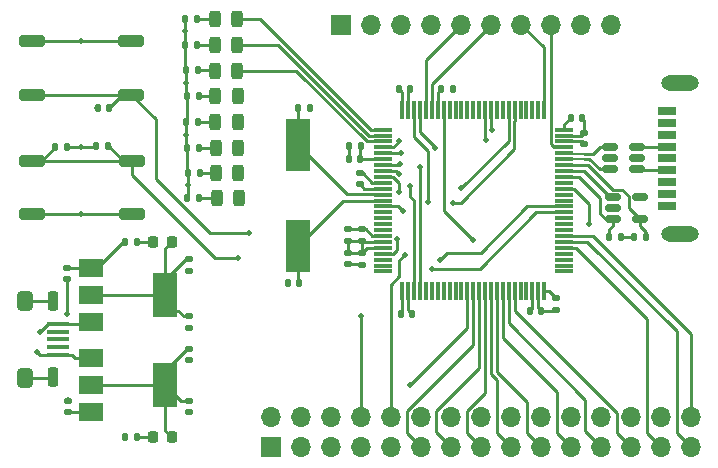
<source format=gbr>
%TF.GenerationSoftware,KiCad,Pcbnew,(6.0.2)*%
%TF.CreationDate,2022-03-17T20:21:47-04:00*%
%TF.ProjectId,sparkboxBreakout,73706172-6b62-46f7-9842-7265616b6f75,rev?*%
%TF.SameCoordinates,Original*%
%TF.FileFunction,Copper,L1,Top*%
%TF.FilePolarity,Positive*%
%FSLAX46Y46*%
G04 Gerber Fmt 4.6, Leading zero omitted, Abs format (unit mm)*
G04 Created by KiCad (PCBNEW (6.0.2)) date 2022-03-17 20:21:47*
%MOMM*%
%LPD*%
G01*
G04 APERTURE LIST*
G04 Aperture macros list*
%AMRoundRect*
0 Rectangle with rounded corners*
0 $1 Rounding radius*
0 $2 $3 $4 $5 $6 $7 $8 $9 X,Y pos of 4 corners*
0 Add a 4 corners polygon primitive as box body*
4,1,4,$2,$3,$4,$5,$6,$7,$8,$9,$2,$3,0*
0 Add four circle primitives for the rounded corners*
1,1,$1+$1,$2,$3*
1,1,$1+$1,$4,$5*
1,1,$1+$1,$6,$7*
1,1,$1+$1,$8,$9*
0 Add four rect primitives between the rounded corners*
20,1,$1+$1,$2,$3,$4,$5,0*
20,1,$1+$1,$4,$5,$6,$7,0*
20,1,$1+$1,$6,$7,$8,$9,0*
20,1,$1+$1,$8,$9,$2,$3,0*%
G04 Aperture macros list end*
%TA.AperFunction,SMDPad,CuDef*%
%ADD10R,2.000000X4.500000*%
%TD*%
%TA.AperFunction,SMDPad,CuDef*%
%ADD11R,2.000000X1.500000*%
%TD*%
%TA.AperFunction,SMDPad,CuDef*%
%ADD12R,2.000000X3.800000*%
%TD*%
%TA.AperFunction,SMDPad,CuDef*%
%ADD13RoundRect,0.150000X-0.512500X-0.150000X0.512500X-0.150000X0.512500X0.150000X-0.512500X0.150000X0*%
%TD*%
%TA.AperFunction,SMDPad,CuDef*%
%ADD14RoundRect,0.075000X-0.725000X-0.075000X0.725000X-0.075000X0.725000X0.075000X-0.725000X0.075000X0*%
%TD*%
%TA.AperFunction,SMDPad,CuDef*%
%ADD15RoundRect,0.075000X-0.075000X-0.725000X0.075000X-0.725000X0.075000X0.725000X-0.075000X0.725000X0*%
%TD*%
%TA.AperFunction,SMDPad,CuDef*%
%ADD16RoundRect,0.245000X0.855000X-0.245000X0.855000X0.245000X-0.855000X0.245000X-0.855000X-0.245000X0*%
%TD*%
%TA.AperFunction,SMDPad,CuDef*%
%ADD17RoundRect,0.135000X0.135000X0.185000X-0.135000X0.185000X-0.135000X-0.185000X0.135000X-0.185000X0*%
%TD*%
%TA.AperFunction,SMDPad,CuDef*%
%ADD18RoundRect,0.135000X-0.135000X-0.185000X0.135000X-0.185000X0.135000X0.185000X-0.135000X0.185000X0*%
%TD*%
%TA.AperFunction,ComponentPad*%
%ADD19R,1.700000X1.700000*%
%TD*%
%TA.AperFunction,ComponentPad*%
%ADD20O,1.700000X1.700000*%
%TD*%
%TA.AperFunction,SMDPad,CuDef*%
%ADD21R,1.600000X0.700000*%
%TD*%
%TA.AperFunction,ComponentPad*%
%ADD22O,3.200000X1.300000*%
%TD*%
%TA.AperFunction,SMDPad,CuDef*%
%ADD23RoundRect,0.100000X-0.825000X0.100000X-0.825000X-0.100000X0.825000X-0.100000X0.825000X0.100000X0*%
%TD*%
%TA.AperFunction,SMDPad,CuDef*%
%ADD24RoundRect,0.325000X-0.325000X0.520000X-0.325000X-0.520000X0.325000X-0.520000X0.325000X0.520000X0*%
%TD*%
%TA.AperFunction,SMDPad,CuDef*%
%ADD25RoundRect,0.225000X-0.225000X0.587500X-0.225000X-0.587500X0.225000X-0.587500X0.225000X0.587500X0*%
%TD*%
%TA.AperFunction,SMDPad,CuDef*%
%ADD26RoundRect,0.243750X-0.243750X-0.456250X0.243750X-0.456250X0.243750X0.456250X-0.243750X0.456250X0*%
%TD*%
%TA.AperFunction,SMDPad,CuDef*%
%ADD27RoundRect,0.218750X-0.218750X-0.256250X0.218750X-0.256250X0.218750X0.256250X-0.218750X0.256250X0*%
%TD*%
%TA.AperFunction,SMDPad,CuDef*%
%ADD28RoundRect,0.140000X-0.140000X-0.170000X0.140000X-0.170000X0.140000X0.170000X-0.140000X0.170000X0*%
%TD*%
%TA.AperFunction,SMDPad,CuDef*%
%ADD29RoundRect,0.140000X0.140000X0.170000X-0.140000X0.170000X-0.140000X-0.170000X0.140000X-0.170000X0*%
%TD*%
%TA.AperFunction,SMDPad,CuDef*%
%ADD30RoundRect,0.140000X-0.170000X0.140000X-0.170000X-0.140000X0.170000X-0.140000X0.170000X0.140000X0*%
%TD*%
%TA.AperFunction,SMDPad,CuDef*%
%ADD31RoundRect,0.140000X0.170000X-0.140000X0.170000X0.140000X-0.170000X0.140000X-0.170000X-0.140000X0*%
%TD*%
%TA.AperFunction,ViaPad*%
%ADD32C,0.460000*%
%TD*%
%TA.AperFunction,Conductor*%
%ADD33C,0.250000*%
%TD*%
%TA.AperFunction,Conductor*%
%ADD34C,0.200000*%
%TD*%
G04 APERTURE END LIST*
D10*
%TO.P,Y1,1,1*%
%TO.N,OSC_OUT*%
X116425000Y-99825000D03*
%TO.P,Y1,2,2*%
%TO.N,OSC_IN*%
X116425000Y-91325000D03*
%TD*%
D11*
%TO.P,U5,1,GND*%
%TO.N,GND*%
X98875000Y-109300000D03*
D12*
%TO.P,U5,2,VO*%
%TO.N,+3.3VA*%
X105175000Y-111600000D03*
D11*
X98875000Y-111600000D03*
%TO.P,U5,3,VI*%
%TO.N,+5V*%
X98875000Y-113900000D03*
%TD*%
D13*
%TO.P,U4,1,I/O1*%
%TO.N,USB_FS_P*%
X142837500Y-91450000D03*
%TO.P,U4,2,GND*%
%TO.N,GND*%
X142837500Y-92400000D03*
%TO.P,U4,3,I/O2*%
%TO.N,USB_FS_N*%
X142837500Y-93350000D03*
%TO.P,U4,4,I/O2*%
%TO.N,Net-(J2-Pad2)*%
X145112500Y-93350000D03*
%TO.P,U4,5,VBUS*%
%TO.N,unconnected-(U4-Pad5)*%
X145112500Y-92400000D03*
%TO.P,U4,6,I/O1*%
%TO.N,Net-(J2-Pad3)*%
X145112500Y-91450000D03*
%TD*%
%TO.P,U3,1,OUT*%
%TO.N,USB_FS_VBUS*%
X143112500Y-95700000D03*
%TO.P,U3,2,GND*%
%TO.N,GND*%
X143112500Y-96650000D03*
%TO.P,U3,3,~{FAULT}*%
%TO.N,USB_FS_OVCR*%
X143112500Y-97600000D03*
%TO.P,U3,4,~{EN}*%
%TO.N,USB_FS_PWR_EN*%
X145387500Y-97600000D03*
%TO.P,U3,5,IN*%
%TO.N,+5V*%
X145387500Y-95700000D03*
%TD*%
D11*
%TO.P,U2,1,GND*%
%TO.N,GND*%
X98850000Y-101725000D03*
D12*
%TO.P,U2,2,VO*%
%TO.N,+3V3*%
X105150000Y-104025000D03*
D11*
X98850000Y-104025000D03*
%TO.P,U2,3,VI*%
%TO.N,+5V*%
X98850000Y-106325000D03*
%TD*%
D14*
%TO.P,U1,1,PE2*%
%TO.N,LED0*%
X123575000Y-90000000D03*
%TO.P,U1,2,PE3*%
%TO.N,LED1*%
X123575000Y-90500000D03*
%TO.P,U1,3,PE4*%
%TO.N,LED2*%
X123575000Y-91000000D03*
%TO.P,U1,4,PE5*%
%TO.N,LED3*%
X123575000Y-91500000D03*
%TO.P,U1,5,PE6*%
%TO.N,LED4*%
X123575000Y-92000000D03*
%TO.P,U1,6,VBAT*%
%TO.N,+3V3*%
X123575000Y-92500000D03*
%TO.P,U1,7,PC13*%
%TO.N,LED5*%
X123575000Y-93000000D03*
%TO.P,U1,8,PC14*%
%TO.N,LED6*%
X123575000Y-93500000D03*
%TO.P,U1,9,PC15*%
%TO.N,LED7*%
X123575000Y-94000000D03*
%TO.P,U1,10,VSS*%
%TO.N,GND*%
X123575000Y-94500000D03*
%TO.P,U1,11,VDD*%
%TO.N,+3V3*%
X123575000Y-95000000D03*
%TO.P,U1,12,PH0*%
%TO.N,OSC_IN*%
X123575000Y-95500000D03*
%TO.P,U1,13,PH1*%
%TO.N,OSC_OUT*%
X123575000Y-96000000D03*
%TO.P,U1,14,NRST*%
%TO.N,NRST*%
X123575000Y-96500000D03*
%TO.P,U1,15,PC0*%
%TO.N,unconnected-(U1-Pad15)*%
X123575000Y-97000000D03*
%TO.P,U1,16,PC1*%
%TO.N,unconnected-(U1-Pad16)*%
X123575000Y-97500000D03*
%TO.P,U1,17,PC2_C*%
%TO.N,unconnected-(U1-Pad17)*%
X123575000Y-98000000D03*
%TO.P,U1,18,PC3_C*%
%TO.N,unconnected-(U1-Pad18)*%
X123575000Y-98500000D03*
%TO.P,U1,19,VSSA*%
%TO.N,GND*%
X123575000Y-99000000D03*
%TO.P,U1,20,VREF+*%
%TO.N,+3.3VA*%
X123575000Y-99500000D03*
%TO.P,U1,21,VDDA*%
X123575000Y-100000000D03*
%TO.P,U1,22,PA0*%
%TO.N,BUTTON_USER*%
X123575000Y-100500000D03*
%TO.P,U1,23,PA1*%
%TO.N,unconnected-(U1-Pad23)*%
X123575000Y-101000000D03*
%TO.P,U1,24,PA2*%
%TO.N,unconnected-(U1-Pad24)*%
X123575000Y-101500000D03*
%TO.P,U1,25,PA3*%
%TO.N,unconnected-(U1-Pad25)*%
X123575000Y-102000000D03*
D15*
%TO.P,U1,26,VSS*%
%TO.N,GND*%
X125250000Y-103675000D03*
%TO.P,U1,27,VDD*%
%TO.N,+3V3*%
X125750000Y-103675000D03*
%TO.P,U1,28,PA4*%
%TO.N,DAC_1*%
X126250000Y-103675000D03*
%TO.P,U1,29,PA5*%
%TO.N,DAC_2*%
X126750000Y-103675000D03*
%TO.P,U1,30,PA6*%
%TO.N,unconnected-(U1-Pad30)*%
X127250000Y-103675000D03*
%TO.P,U1,31,PA7*%
%TO.N,unconnected-(U1-Pad31)*%
X127750000Y-103675000D03*
%TO.P,U1,32,PC4*%
%TO.N,unconnected-(U1-Pad32)*%
X128250000Y-103675000D03*
%TO.P,U1,33,PC5*%
%TO.N,unconnected-(U1-Pad33)*%
X128750000Y-103675000D03*
%TO.P,U1,34,PB0*%
%TO.N,unconnected-(U1-Pad34)*%
X129250000Y-103675000D03*
%TO.P,U1,35,PB1*%
%TO.N,unconnected-(U1-Pad35)*%
X129750000Y-103675000D03*
%TO.P,U1,36,PB2*%
%TO.N,unconnected-(U1-Pad36)*%
X130250000Y-103675000D03*
%TO.P,U1,37,PE7*%
%TO.N,FMC_DA4*%
X130750000Y-103675000D03*
%TO.P,U1,38,PE8*%
%TO.N,FMC_DA5*%
X131250000Y-103675000D03*
%TO.P,U1,39,PE9*%
%TO.N,FMC_DA6*%
X131750000Y-103675000D03*
%TO.P,U1,40,PE10*%
%TO.N,FMC_DA7*%
X132250000Y-103675000D03*
%TO.P,U1,41,PE11*%
%TO.N,FMC_DA8*%
X132750000Y-103675000D03*
%TO.P,U1,42,PE12*%
%TO.N,FMC_DA9*%
X133250000Y-103675000D03*
%TO.P,U1,43,PE13*%
%TO.N,FMC_DA10*%
X133750000Y-103675000D03*
%TO.P,U1,44,PE14*%
%TO.N,FMC_DA11*%
X134250000Y-103675000D03*
%TO.P,U1,45,PE15*%
%TO.N,FMC_DA12*%
X134750000Y-103675000D03*
%TO.P,U1,46,PB10*%
%TO.N,unconnected-(U1-Pad46)*%
X135250000Y-103675000D03*
%TO.P,U1,47,PB11*%
%TO.N,unconnected-(U1-Pad47)*%
X135750000Y-103675000D03*
%TO.P,U1,48,VCAP1*%
%TO.N,VCAP1*%
X136250000Y-103675000D03*
%TO.P,U1,49,VSS*%
%TO.N,GND*%
X136750000Y-103675000D03*
%TO.P,U1,50,VDD*%
%TO.N,+3V3*%
X137250000Y-103675000D03*
D14*
%TO.P,U1,51,PB12*%
%TO.N,unconnected-(U1-Pad51)*%
X138925000Y-102000000D03*
%TO.P,U1,52,PB13*%
%TO.N,unconnected-(U1-Pad52)*%
X138925000Y-101500000D03*
%TO.P,U1,53,PB14*%
%TO.N,unconnected-(U1-Pad53)*%
X138925000Y-101000000D03*
%TO.P,U1,54,PB15*%
%TO.N,unconnected-(U1-Pad54)*%
X138925000Y-100500000D03*
%TO.P,U1,55,PD8*%
%TO.N,FMC_DA13*%
X138925000Y-100000000D03*
%TO.P,U1,56,PD9*%
%TO.N,FMC_DA14*%
X138925000Y-99500000D03*
%TO.P,U1,57,PD10*%
%TO.N,FMC_DA15*%
X138925000Y-99000000D03*
%TO.P,U1,58,PD11*%
%TO.N,FMC_A16*%
X138925000Y-98500000D03*
%TO.P,U1,59,PD12*%
%TO.N,FMC_A17*%
X138925000Y-98000000D03*
%TO.P,U1,60,PD13*%
%TO.N,FMC_A18*%
X138925000Y-97500000D03*
%TO.P,U1,61,PD14*%
%TO.N,FMC_DA0*%
X138925000Y-97000000D03*
%TO.P,U1,62,PD15*%
%TO.N,FMC_DA1*%
X138925000Y-96500000D03*
%TO.P,U1,63,PC6*%
%TO.N,unconnected-(U1-Pad63)*%
X138925000Y-96000000D03*
%TO.P,U1,64,PC7*%
%TO.N,FMC_NE1*%
X138925000Y-95500000D03*
%TO.P,U1,65,PC8*%
%TO.N,FMC_NE2*%
X138925000Y-95000000D03*
%TO.P,U1,66,PC9*%
%TO.N,unconnected-(U1-Pad66)*%
X138925000Y-94500000D03*
%TO.P,U1,67,PA8*%
%TO.N,USB_FS_OVCR*%
X138925000Y-94000000D03*
%TO.P,U1,68,PA9*%
%TO.N,USB_FS_VBUS*%
X138925000Y-93500000D03*
%TO.P,U1,69,PA10*%
%TO.N,USB_FS_PWR_EN*%
X138925000Y-93000000D03*
%TO.P,U1,70,PA11*%
%TO.N,USB_FS_N*%
X138925000Y-92500000D03*
%TO.P,U1,71,PA12*%
%TO.N,USB_FS_P*%
X138925000Y-92000000D03*
%TO.P,U1,72,PA13*%
%TO.N,SWDIO*%
X138925000Y-91500000D03*
%TO.P,U1,73,VCAP2*%
%TO.N,VCAP2*%
X138925000Y-91000000D03*
%TO.P,U1,74,VSS*%
%TO.N,GND*%
X138925000Y-90500000D03*
%TO.P,U1,75,VDD*%
%TO.N,+3V3*%
X138925000Y-90000000D03*
D15*
%TO.P,U1,76,PA14*%
%TO.N,SWCLK*%
X137250000Y-88325000D03*
%TO.P,U1,77,PA15*%
%TO.N,unconnected-(U1-Pad77)*%
X136750000Y-88325000D03*
%TO.P,U1,78,PC10*%
%TO.N,unconnected-(U1-Pad78)*%
X136250000Y-88325000D03*
%TO.P,U1,79,PC11*%
%TO.N,unconnected-(U1-Pad79)*%
X135750000Y-88325000D03*
%TO.P,U1,80,PC12*%
%TO.N,unconnected-(U1-Pad80)*%
X135250000Y-88325000D03*
%TO.P,U1,81,PD0*%
%TO.N,FMC_DA2*%
X134750000Y-88325000D03*
%TO.P,U1,82,PD1*%
%TO.N,FMC_DA3*%
X134250000Y-88325000D03*
%TO.P,U1,83,PD2*%
%TO.N,unconnected-(U1-Pad83)*%
X133750000Y-88325000D03*
%TO.P,U1,84,PD3*%
%TO.N,unconnected-(U1-Pad84)*%
X133250000Y-88325000D03*
%TO.P,U1,85,PD4*%
%TO.N,FMC_NOE*%
X132750000Y-88325000D03*
%TO.P,U1,86,PD5*%
%TO.N,FMC_NWE*%
X132250000Y-88325000D03*
%TO.P,U1,87,PD6*%
%TO.N,unconnected-(U1-Pad87)*%
X131750000Y-88325000D03*
%TO.P,U1,88,PD7*%
%TO.N,unconnected-(U1-Pad88)*%
X131250000Y-88325000D03*
%TO.P,U1,89,PB3*%
%TO.N,unconnected-(U1-Pad89)*%
X130750000Y-88325000D03*
%TO.P,U1,90,PB4*%
%TO.N,unconnected-(U1-Pad90)*%
X130250000Y-88325000D03*
%TO.P,U1,91,PB5*%
%TO.N,unconnected-(U1-Pad91)*%
X129750000Y-88325000D03*
%TO.P,U1,92,PB6*%
%TO.N,unconnected-(U1-Pad92)*%
X129250000Y-88325000D03*
%TO.P,U1,93,PB7*%
%TO.N,FMC_NL*%
X128750000Y-88325000D03*
%TO.P,U1,94,BOOT0*%
%TO.N,Net-(R11-Pad1)*%
X128250000Y-88325000D03*
%TO.P,U1,95,PB8*%
%TO.N,I2C_SCL*%
X127750000Y-88325000D03*
%TO.P,U1,96,PB9*%
%TO.N,I2C_SDA*%
X127250000Y-88325000D03*
%TO.P,U1,97,PE0*%
%TO.N,FMC_NBL0*%
X126750000Y-88325000D03*
%TO.P,U1,98,PE1*%
%TO.N,FMC_NBL1*%
X126250000Y-88325000D03*
%TO.P,U1,99,VSS*%
%TO.N,GND*%
X125750000Y-88325000D03*
%TO.P,U1,100,VDD*%
%TO.N,+3V3*%
X125250000Y-88325000D03*
%TD*%
D16*
%TO.P,SW2,1*%
%TO.N,+3V3*%
X93895000Y-97125000D03*
X102355000Y-97125000D03*
%TO.P,SW2,2*%
%TO.N,BUTTON_USER*%
X102355000Y-92625000D03*
X93895000Y-92625000D03*
%TD*%
%TO.P,SW1,1*%
%TO.N,NRST*%
X93845000Y-87025000D03*
X102305000Y-87025000D03*
%TO.P,SW1,2*%
%TO.N,GND*%
X102305000Y-82525000D03*
X93845000Y-82525000D03*
%TD*%
D17*
%TO.P,R14,1*%
%TO.N,BUTTON_USER*%
X100360000Y-91375000D03*
%TO.P,R14,2*%
%TO.N,GND*%
X99340000Y-91375000D03*
%TD*%
%TO.P,R13,1*%
%TO.N,+3V3*%
X143770000Y-99075000D03*
%TO.P,R13,2*%
%TO.N,USB_FS_OVCR*%
X142750000Y-99075000D03*
%TD*%
D18*
%TO.P,R12,1*%
%TO.N,+3V3*%
X144840000Y-99050000D03*
%TO.P,R12,2*%
%TO.N,USB_FS_PWR_EN*%
X145860000Y-99050000D03*
%TD*%
%TO.P,R11,1*%
%TO.N,Net-(R11-Pad1)*%
X128515000Y-86575000D03*
%TO.P,R11,2*%
%TO.N,GND*%
X129535000Y-86575000D03*
%TD*%
D17*
%TO.P,R10,1*%
%TO.N,Net-(D10-Pad1)*%
X108010000Y-95825000D03*
%TO.P,R10,2*%
%TO.N,GND*%
X106990000Y-95825000D03*
%TD*%
%TO.P,R9,1*%
%TO.N,Net-(D9-Pad1)*%
X108085000Y-93700000D03*
%TO.P,R9,2*%
%TO.N,GND*%
X107065000Y-93700000D03*
%TD*%
%TO.P,R8,1*%
%TO.N,Net-(D8-Pad1)*%
X108035000Y-91550000D03*
%TO.P,R8,2*%
%TO.N,GND*%
X107015000Y-91550000D03*
%TD*%
%TO.P,R7,1*%
%TO.N,Net-(D7-Pad1)*%
X107935000Y-89375000D03*
%TO.P,R7,2*%
%TO.N,GND*%
X106915000Y-89375000D03*
%TD*%
%TO.P,R6,1*%
%TO.N,Net-(D6-Pad1)*%
X108010000Y-87150000D03*
%TO.P,R6,2*%
%TO.N,GND*%
X106990000Y-87150000D03*
%TD*%
%TO.P,R5,1*%
%TO.N,Net-(D5-Pad1)*%
X107935000Y-84975000D03*
%TO.P,R5,2*%
%TO.N,GND*%
X106915000Y-84975000D03*
%TD*%
%TO.P,R4,1*%
%TO.N,Net-(D4-Pad1)*%
X107860000Y-82800000D03*
%TO.P,R4,2*%
%TO.N,GND*%
X106840000Y-82800000D03*
%TD*%
%TO.P,R3,1*%
%TO.N,Net-(D3-Pad1)*%
X107885000Y-80650000D03*
%TO.P,R3,2*%
%TO.N,GND*%
X106865000Y-80650000D03*
%TD*%
%TO.P,R2,1*%
%TO.N,Net-(D2-Pad1)*%
X102770000Y-116050000D03*
%TO.P,R2,2*%
%TO.N,GND*%
X101750000Y-116050000D03*
%TD*%
%TO.P,R1,1*%
%TO.N,Net-(D1-Pad1)*%
X102785000Y-99475000D03*
%TO.P,R1,2*%
%TO.N,GND*%
X101765000Y-99475000D03*
%TD*%
D19*
%TO.P,J4,1,Pin_1*%
%TO.N,FMC_DA0*%
X114100000Y-116850000D03*
D20*
%TO.P,J4,2,Pin_2*%
%TO.N,unconnected-(J4-Pad2)*%
X114100000Y-114310000D03*
%TO.P,J4,3,Pin_3*%
%TO.N,FMC_DA1*%
X116640000Y-116850000D03*
%TO.P,J4,4,Pin_4*%
%TO.N,+3V3*%
X116640000Y-114310000D03*
%TO.P,J4,5,Pin_5*%
%TO.N,FMC_DA2*%
X119180000Y-116850000D03*
%TO.P,J4,6,Pin_6*%
%TO.N,GND*%
X119180000Y-114310000D03*
%TO.P,J4,7,Pin_7*%
%TO.N,FMC_DA3*%
X121720000Y-116850000D03*
%TO.P,J4,8,Pin_8*%
%TO.N,FMC_NBL0*%
X121720000Y-114310000D03*
%TO.P,J4,9,Pin_9*%
%TO.N,FMC_DA4*%
X124260000Y-116850000D03*
%TO.P,J4,10,Pin_10*%
%TO.N,FMC_NBL1*%
X124260000Y-114310000D03*
%TO.P,J4,11,Pin_11*%
%TO.N,FMC_DA5*%
X126800000Y-116850000D03*
%TO.P,J4,12,Pin_12*%
%TO.N,FMC_NL*%
X126800000Y-114310000D03*
%TO.P,J4,13,Pin_13*%
%TO.N,FMC_DA6*%
X129340000Y-116850000D03*
%TO.P,J4,14,Pin_14*%
%TO.N,FMC_NWE*%
X129340000Y-114310000D03*
%TO.P,J4,15,Pin_15*%
%TO.N,FMC_DA7*%
X131880000Y-116850000D03*
%TO.P,J4,16,Pin_16*%
%TO.N,FMC_NOE*%
X131880000Y-114310000D03*
%TO.P,J4,17,Pin_17*%
%TO.N,FMC_DA8*%
X134420000Y-116850000D03*
%TO.P,J4,18,Pin_18*%
%TO.N,FMC_NE2*%
X134420000Y-114310000D03*
%TO.P,J4,19,Pin_19*%
%TO.N,FMC_DA9*%
X136960000Y-116850000D03*
%TO.P,J4,20,Pin_20*%
%TO.N,GND*%
X136960000Y-114310000D03*
%TO.P,J4,21,Pin_21*%
%TO.N,FMC_DA10*%
X139500000Y-116850000D03*
%TO.P,J4,22,Pin_22*%
%TO.N,GND*%
X139500000Y-114310000D03*
%TO.P,J4,23,Pin_23*%
%TO.N,FMC_DA11*%
X142040000Y-116850000D03*
%TO.P,J4,24,Pin_24*%
%TO.N,GND*%
X142040000Y-114310000D03*
%TO.P,J4,25,Pin_25*%
%TO.N,FMC_DA12*%
X144580000Y-116850000D03*
%TO.P,J4,26,Pin_26*%
%TO.N,+3V3*%
X144580000Y-114310000D03*
%TO.P,J4,27,Pin_27*%
%TO.N,FMC_DA13*%
X147120000Y-116850000D03*
%TO.P,J4,28,Pin_28*%
%TO.N,+3V3*%
X147120000Y-114310000D03*
%TO.P,J4,29,Pin_29*%
%TO.N,FMC_DA14*%
X149660000Y-116850000D03*
%TO.P,J4,30,Pin_30*%
%TO.N,FMC_DA15*%
X149660000Y-114310000D03*
%TD*%
D19*
%TO.P,J3,1,Pin_1*%
%TO.N,+3.3VA*%
X120075000Y-81100000D03*
D20*
%TO.P,J3,2,Pin_2*%
%TO.N,DAC_1*%
X122615000Y-81100000D03*
%TO.P,J3,3,Pin_3*%
%TO.N,DAC_2*%
X125155000Y-81100000D03*
%TO.P,J3,4,Pin_4*%
%TO.N,+5V*%
X127695000Y-81100000D03*
%TO.P,J3,5,Pin_5*%
%TO.N,I2C_SDA*%
X130235000Y-81100000D03*
%TO.P,J3,6,Pin_6*%
%TO.N,I2C_SCL*%
X132775000Y-81100000D03*
%TO.P,J3,7,Pin_7*%
%TO.N,SWCLK*%
X135315000Y-81100000D03*
%TO.P,J3,8,Pin_8*%
%TO.N,SWDIO*%
X137855000Y-81100000D03*
%TO.P,J3,9,Pin_9*%
%TO.N,+3V3*%
X140395000Y-81100000D03*
%TO.P,J3,10,Pin_10*%
%TO.N,GND*%
X142935000Y-81100000D03*
%TD*%
D21*
%TO.P,J2,1,VBUS*%
%TO.N,USB_FS_VBUS*%
X147625000Y-95425000D03*
%TO.P,J2,2,D-*%
%TO.N,Net-(J2-Pad2)*%
X147625000Y-93425000D03*
%TO.P,J2,3,D+*%
%TO.N,Net-(J2-Pad3)*%
X147625000Y-91425000D03*
%TO.P,J2,4,GND*%
%TO.N,GND*%
X147625000Y-89425000D03*
%TO.P,J2,5,SSRX-*%
%TO.N,unconnected-(J2-Pad5)*%
X147625000Y-88425000D03*
%TO.P,J2,6,SSRX+*%
%TO.N,unconnected-(J2-Pad6)*%
X147625000Y-90425000D03*
%TO.P,J2,7,DRAIN*%
%TO.N,GND*%
X147625000Y-92425000D03*
%TO.P,J2,8,SSTX-*%
%TO.N,unconnected-(J2-Pad8)*%
X147625000Y-94425000D03*
%TO.P,J2,9,SSTX+*%
%TO.N,unconnected-(J2-Pad9)*%
X147625000Y-96425000D03*
D22*
%TO.P,J2,10,SHIELD*%
%TO.N,GND*%
X148775000Y-98825000D03*
X148775000Y-86025000D03*
%TD*%
D23*
%TO.P,J1,1,VBUS*%
%TO.N,+5V*%
X96110000Y-106450000D03*
%TO.P,J1,2,D-*%
%TO.N,unconnected-(J1-Pad2)*%
X96110000Y-107100000D03*
%TO.P,J1,3,D+*%
%TO.N,unconnected-(J1-Pad3)*%
X96110000Y-107750000D03*
%TO.P,J1,4,ID*%
%TO.N,unconnected-(J1-Pad4)*%
X96110000Y-108400000D03*
%TO.P,J1,5,GND*%
%TO.N,GND*%
X96110000Y-109050000D03*
D24*
%TO.P,J1,6,Shield*%
X93275000Y-111020000D03*
X93275000Y-104480000D03*
D25*
X95635000Y-104540000D03*
X95635000Y-110960000D03*
%TD*%
D26*
%TO.P,D10,2,A*%
%TO.N,LED7*%
X111387500Y-95825000D03*
%TO.P,D10,1,K*%
%TO.N,Net-(D10-Pad1)*%
X109512500Y-95825000D03*
%TD*%
%TO.P,D9,1,K*%
%TO.N,Net-(D9-Pad1)*%
X109487500Y-93700000D03*
%TO.P,D9,2,A*%
%TO.N,LED6*%
X111362500Y-93700000D03*
%TD*%
%TO.P,D8,1,K*%
%TO.N,Net-(D8-Pad1)*%
X109462500Y-91575000D03*
%TO.P,D8,2,A*%
%TO.N,LED5*%
X111337500Y-91575000D03*
%TD*%
%TO.P,D7,1,K*%
%TO.N,Net-(D7-Pad1)*%
X109412500Y-89375000D03*
%TO.P,D7,2,A*%
%TO.N,LED4*%
X111287500Y-89375000D03*
%TD*%
%TO.P,D6,1,K*%
%TO.N,Net-(D6-Pad1)*%
X109412500Y-87175000D03*
%TO.P,D6,2,A*%
%TO.N,LED3*%
X111287500Y-87175000D03*
%TD*%
%TO.P,D5,1,K*%
%TO.N,Net-(D5-Pad1)*%
X109387500Y-85000000D03*
%TO.P,D5,2,A*%
%TO.N,LED2*%
X111262500Y-85000000D03*
%TD*%
%TO.P,D4,1,K*%
%TO.N,Net-(D4-Pad1)*%
X109387500Y-82825000D03*
%TO.P,D4,2,A*%
%TO.N,LED1*%
X111262500Y-82825000D03*
%TD*%
%TO.P,D3,1,K*%
%TO.N,Net-(D3-Pad1)*%
X109387500Y-80650000D03*
%TO.P,D3,2,A*%
%TO.N,LED0*%
X111262500Y-80650000D03*
%TD*%
D27*
%TO.P,D2,1,K*%
%TO.N,Net-(D2-Pad1)*%
X104137500Y-116050000D03*
%TO.P,D2,2,A*%
%TO.N,+3.3VA*%
X105712500Y-116050000D03*
%TD*%
%TO.P,D1,1,K*%
%TO.N,Net-(D1-Pad1)*%
X104137500Y-99475000D03*
%TO.P,D1,2,A*%
%TO.N,+3V3*%
X105712500Y-99475000D03*
%TD*%
D28*
%TO.P,C23,1*%
%TO.N,BUTTON_USER*%
X95865000Y-91475000D03*
%TO.P,C23,2*%
%TO.N,GND*%
X96825000Y-91475000D03*
%TD*%
D29*
%TO.P,C22,1*%
%TO.N,NRST*%
X100405000Y-88150000D03*
%TO.P,C22,2*%
%TO.N,GND*%
X99445000Y-88150000D03*
%TD*%
D30*
%TO.P,C21,1*%
%TO.N,+3.3VA*%
X107150000Y-112940000D03*
%TO.P,C21,2*%
%TO.N,GND*%
X107150000Y-113900000D03*
%TD*%
%TO.P,C20,1*%
%TO.N,+3.3VA*%
X107175000Y-108570000D03*
%TO.P,C20,2*%
%TO.N,GND*%
X107175000Y-109530000D03*
%TD*%
D31*
%TO.P,C19,1*%
%TO.N,+5V*%
X96950000Y-113900000D03*
%TO.P,C19,2*%
%TO.N,GND*%
X96950000Y-112940000D03*
%TD*%
D30*
%TO.P,C18,1*%
%TO.N,+3V3*%
X107175000Y-105795000D03*
%TO.P,C18,2*%
%TO.N,GND*%
X107175000Y-106755000D03*
%TD*%
%TO.P,C17,1*%
%TO.N,+3V3*%
X107175000Y-100970000D03*
%TO.P,C17,2*%
%TO.N,GND*%
X107175000Y-101930000D03*
%TD*%
D31*
%TO.P,C16,1*%
%TO.N,+5V*%
X96850000Y-102675000D03*
%TO.P,C16,2*%
%TO.N,GND*%
X96850000Y-101715000D03*
%TD*%
D30*
%TO.P,C15,1*%
%TO.N,+3.3VA*%
X120675000Y-100445000D03*
%TO.P,C15,2*%
%TO.N,GND*%
X120675000Y-101405000D03*
%TD*%
%TO.P,C14,1*%
%TO.N,+3.3VA*%
X121800000Y-100475000D03*
%TO.P,C14,2*%
%TO.N,GND*%
X121800000Y-101435000D03*
%TD*%
D31*
%TO.P,C13,1*%
%TO.N,+3.3VA*%
X120650000Y-99405000D03*
%TO.P,C13,2*%
%TO.N,GND*%
X120650000Y-98445000D03*
%TD*%
%TO.P,C12,1*%
%TO.N,+3.3VA*%
X121800000Y-99405000D03*
%TO.P,C12,2*%
%TO.N,GND*%
X121800000Y-98445000D03*
%TD*%
D28*
%TO.P,C11,1*%
%TO.N,OSC_IN*%
X116425000Y-88200000D03*
%TO.P,C11,2*%
%TO.N,GND*%
X117385000Y-88200000D03*
%TD*%
D29*
%TO.P,C10,1*%
%TO.N,OSC_OUT*%
X116480000Y-103000000D03*
%TO.P,C10,2*%
%TO.N,GND*%
X115520000Y-103000000D03*
%TD*%
D28*
%TO.P,C9,1*%
%TO.N,VCAP1*%
X136045000Y-105375000D03*
%TO.P,C9,2*%
%TO.N,GND*%
X137005000Y-105375000D03*
%TD*%
D31*
%TO.P,C8,1*%
%TO.N,VCAP2*%
X140650000Y-91205000D03*
%TO.P,C8,2*%
%TO.N,GND*%
X140650000Y-90245000D03*
%TD*%
D29*
%TO.P,C7,1*%
%TO.N,+3V3*%
X121705000Y-91400000D03*
%TO.P,C7,2*%
%TO.N,GND*%
X120745000Y-91400000D03*
%TD*%
D28*
%TO.P,C6,1*%
%TO.N,+3V3*%
X124945000Y-86525000D03*
%TO.P,C6,2*%
%TO.N,GND*%
X125905000Y-86525000D03*
%TD*%
%TO.P,C5,1*%
%TO.N,+3V3*%
X139490000Y-88975000D03*
%TO.P,C5,2*%
%TO.N,GND*%
X140450000Y-88975000D03*
%TD*%
D30*
%TO.P,C4,1*%
%TO.N,+3V3*%
X138250000Y-104270000D03*
%TO.P,C4,2*%
%TO.N,GND*%
X138250000Y-105230000D03*
%TD*%
D29*
%TO.P,C3,1*%
%TO.N,+3V3*%
X126055000Y-105600000D03*
%TO.P,C3,2*%
%TO.N,GND*%
X125095000Y-105600000D03*
%TD*%
D31*
%TO.P,C2,1*%
%TO.N,+3V3*%
X121650000Y-94630000D03*
%TO.P,C2,2*%
%TO.N,GND*%
X121650000Y-93670000D03*
%TD*%
D29*
%TO.P,C1,1*%
%TO.N,+3V3*%
X121680000Y-92450000D03*
%TO.P,C1,2*%
%TO.N,GND*%
X120720000Y-92450000D03*
%TD*%
D32*
%TO.N,FMC_DA4*%
X125900000Y-111650000D03*
%TO.N,DAC_2*%
X126750000Y-93200000D03*
%TO.N,DAC_1*%
X125850000Y-94775000D03*
%TO.N,FMC_NBL1*%
X127375000Y-96100000D03*
X125475000Y-100575000D03*
%TO.N,FMC_NBL0*%
X128025000Y-91550000D03*
X121775000Y-105775000D03*
%TO.N,FMC_DA1*%
X128425000Y-101000000D03*
%TO.N,FMC_DA0*%
X127725000Y-101775000D03*
%TO.N,FMC_DA3*%
X130250000Y-94975000D03*
%TO.N,FMC_DA2*%
X129550000Y-96175000D03*
%TO.N,FMC_NL*%
X131250000Y-99350000D03*
%TO.N,FMC_NWE*%
X132300000Y-90900000D03*
%TO.N,FMC_NOE*%
X132825000Y-90050000D03*
%TO.N,FMC_NE2*%
X141050000Y-97950000D03*
%TO.N,BUTTON_USER*%
X124786362Y-99290939D03*
%TO.N,NRST*%
X125300000Y-96925000D03*
%TO.N,+5V*%
X145400000Y-95700000D03*
%TO.N,LED5*%
X125075000Y-92925000D03*
%TO.N,LED6*%
X124987094Y-93762906D03*
%TO.N,LED7*%
X124925000Y-95250000D03*
%TO.N,LED4*%
X125150000Y-92000000D03*
%TO.N,GND*%
X120650000Y-98450000D03*
%TO.N,BUTTON_USER*%
X111350000Y-100900000D03*
%TO.N,NRST*%
X112225000Y-98775000D03*
%TO.N,LED7*%
X111375000Y-95800000D03*
%TO.N,LED6*%
X111375000Y-93700000D03*
%TO.N,LED5*%
X111300000Y-91575000D03*
%TO.N,LED4*%
X111275000Y-89375000D03*
%TO.N,LED3*%
X111275000Y-87175000D03*
X124925000Y-91000000D03*
%TO.N,GND*%
X107175000Y-101925000D03*
X107175000Y-106750000D03*
X107175000Y-109525000D03*
X96950000Y-112925000D03*
X101750000Y-116050000D03*
X107150000Y-113900000D03*
%TO.N,+3V3*%
X105175000Y-105325000D03*
X105150000Y-102750000D03*
X105150000Y-104025000D03*
X124945000Y-86525000D03*
%TO.N,GND*%
X125905000Y-86525000D03*
X129525000Y-86550000D03*
X142850000Y-92400000D03*
X147625000Y-92425000D03*
X147625000Y-89425000D03*
%TO.N,USB_FS_VBUS*%
X147650000Y-95450000D03*
X143112500Y-95700000D03*
%TO.N,GND*%
X143100000Y-96650000D03*
%TO.N,+3V3*%
X139490000Y-88975000D03*
%TO.N,GND*%
X140650000Y-90245000D03*
%TO.N,+3V3*%
X143775000Y-99075000D03*
X138250000Y-104270000D03*
%TO.N,GND*%
X137005000Y-105375000D03*
%TO.N,+3V3*%
X126055000Y-105600000D03*
%TO.N,GND*%
X125095000Y-105600000D03*
X121800000Y-101435000D03*
X115525000Y-103000000D03*
X117400000Y-88200000D03*
%TO.N,+3V3*%
X121650000Y-94630000D03*
%TO.N,GND*%
X121650000Y-93670000D03*
%TO.N,+3V3*%
X121680000Y-92450000D03*
%TO.N,GND*%
X120720000Y-92450000D03*
X98075000Y-91475000D03*
X99425000Y-88150000D03*
X98075000Y-82525000D03*
%TO.N,+3V3*%
X98025000Y-97125000D03*
%TO.N,GND*%
X106865000Y-81685000D03*
X106915000Y-86060000D03*
X106915000Y-90435000D03*
X107065000Y-94710000D03*
%TO.N,+3.3VA*%
X120675000Y-100445000D03*
X120650000Y-99405000D03*
X105150000Y-110400000D03*
X105175000Y-111600000D03*
%TO.N,GND*%
X98350000Y-101700000D03*
X99400000Y-101700000D03*
X93275000Y-104480000D03*
X93275000Y-111020000D03*
X94350000Y-108825000D03*
X98275000Y-109300000D03*
X99375000Y-109275000D03*
%TO.N,+5V*%
X96850000Y-105625000D03*
X98300000Y-113900000D03*
X99350000Y-113900000D03*
X99350000Y-106325000D03*
X98325000Y-106350000D03*
X94575000Y-107125000D03*
%TD*%
D33*
%TO.N,FMC_NBL0*%
X121720000Y-105830000D02*
X121720000Y-114310000D01*
X121775000Y-105775000D02*
X121720000Y-105830000D01*
%TO.N,FMC_NBL1*%
X124260000Y-103140000D02*
X124260000Y-114310000D01*
X124975000Y-102425000D02*
X124260000Y-103140000D01*
X124975000Y-101075000D02*
X124975000Y-102425000D01*
X125475000Y-100575000D02*
X124975000Y-101075000D01*
%TO.N,FMC_NBL0*%
X128025000Y-91475000D02*
X126750000Y-90200000D01*
X128025000Y-91550000D02*
X128025000Y-91475000D01*
X126750000Y-90200000D02*
X126750000Y-88325000D01*
%TO.N,FMC_NBL1*%
X126250000Y-90650000D02*
X126250000Y-88325000D01*
X127375000Y-96100000D02*
X127375000Y-91775000D01*
X127375000Y-91775000D02*
X126250000Y-90650000D01*
%TO.N,USB_FS_N*%
X141960718Y-93350000D02*
X142837500Y-93350000D01*
X141085718Y-92475000D02*
X141960718Y-93350000D01*
X140650000Y-92475000D02*
X141085718Y-92475000D01*
%TO.N,FMC_DA4*%
X130750000Y-106800000D02*
X125900000Y-111650000D01*
X130750000Y-104900000D02*
X130750000Y-106800000D01*
%TO.N,DAC_1*%
X126250000Y-103675000D02*
X126250000Y-96025000D01*
X126250000Y-96025000D02*
X125850000Y-95625000D01*
X125850000Y-95625000D02*
X125850000Y-94775000D01*
%TO.N,DAC_2*%
X126750000Y-93200000D02*
X126750000Y-103675000D01*
%TO.N,FMC_NL*%
X128750000Y-96900000D02*
X128750000Y-88325000D01*
X131200000Y-99350000D02*
X128750000Y-96900000D01*
X131250000Y-99350000D02*
X131200000Y-99350000D01*
%TO.N,FMC_DA1*%
X135800000Y-96500000D02*
X138925000Y-96500000D01*
X131875000Y-100425000D02*
X135800000Y-96500000D01*
X129000000Y-100425000D02*
X131875000Y-100425000D01*
X128425000Y-101000000D02*
X129000000Y-100425000D01*
%TO.N,FMC_DA0*%
X136550000Y-97000000D02*
X138925000Y-97000000D01*
X127725000Y-101775000D02*
X131775000Y-101775000D01*
X131775000Y-101775000D02*
X136550000Y-97000000D01*
%TO.N,FMC_DA4*%
X130750000Y-103675000D02*
X130750000Y-104900000D01*
%TO.N,FMC_DA8*%
X133245489Y-115675489D02*
X134420000Y-116850000D01*
X133245489Y-111181207D02*
X133245489Y-115675489D01*
X132750000Y-110685718D02*
X133245489Y-111181207D01*
X132750000Y-103675000D02*
X132750000Y-110685718D01*
%TO.N,BUTTON_USER*%
X124786362Y-99290939D02*
X124786362Y-100153644D01*
X124440006Y-100500000D02*
X123575000Y-100500000D01*
X124786362Y-100153644D02*
X124440006Y-100500000D01*
%TO.N,FMC_DA2*%
X134750000Y-89234198D02*
X134750000Y-88325000D01*
X134725000Y-91625000D02*
X134725000Y-89259198D01*
X134725000Y-89259198D02*
X134750000Y-89234198D01*
X129550000Y-96175000D02*
X130175000Y-96175000D01*
X130175000Y-96175000D02*
X134725000Y-91625000D01*
%TO.N,USB_FS_PWR_EN*%
X144400480Y-96612980D02*
X145387500Y-97600000D01*
X144400480Y-95625480D02*
X144400480Y-96612980D01*
X143050480Y-95075480D02*
X143850480Y-95075480D01*
X140975000Y-93000000D02*
X143050480Y-95075480D01*
X138925000Y-93000000D02*
X140975000Y-93000000D01*
X143850480Y-95075480D02*
X144400480Y-95625480D01*
%TO.N,USB_FS_P*%
X141975000Y-91450000D02*
X142837500Y-91450000D01*
X141400000Y-92025000D02*
X141975000Y-91450000D01*
X140650000Y-92025000D02*
X141400000Y-92025000D01*
%TO.N,FMC_DA3*%
X134250000Y-90975000D02*
X130250000Y-94975000D01*
X134250000Y-88325000D02*
X134250000Y-90975000D01*
%TO.N,FMC_NWE*%
X132250000Y-90850000D02*
X132250000Y-88325000D01*
X132300000Y-90900000D02*
X132250000Y-90850000D01*
%TO.N,FMC_NOE*%
X132750000Y-89975000D02*
X132825000Y-90050000D01*
X132750000Y-88325000D02*
X132750000Y-89975000D01*
%TO.N,FMC_NE2*%
X141050000Y-96259994D02*
X141050000Y-97950000D01*
X139790006Y-95000000D02*
X141050000Y-96259994D01*
X138925000Y-95000000D02*
X139790006Y-95000000D01*
%TO.N,USB_FS_OVCR*%
X142500000Y-97600000D02*
X143112500Y-97600000D01*
X142000000Y-97100000D02*
X142500000Y-97600000D01*
X142000000Y-95775000D02*
X142000000Y-97100000D01*
X140225000Y-94000000D02*
X142000000Y-95775000D01*
X138925000Y-94000000D02*
X140225000Y-94000000D01*
%TO.N,GND*%
X120655000Y-98445000D02*
X120650000Y-98450000D01*
X121800000Y-98445000D02*
X120655000Y-98445000D01*
X122154994Y-98445000D02*
X121800000Y-98445000D01*
X122709994Y-99000000D02*
X122154994Y-98445000D01*
X123575000Y-99000000D02*
X122709994Y-99000000D01*
%TO.N,NRST*%
X124875000Y-96500000D02*
X125300000Y-96925000D01*
X123575000Y-96500000D02*
X124875000Y-96500000D01*
%TO.N,LED6*%
X124724188Y-93500000D02*
X123575000Y-93500000D01*
X124987094Y-93762906D02*
X124724188Y-93500000D01*
%TO.N,LED7*%
X124925000Y-94484994D02*
X124440006Y-94000000D01*
X124440006Y-94000000D02*
X123575000Y-94000000D01*
X124925000Y-95250000D02*
X124925000Y-94484994D01*
%TO.N,LED5*%
X125000000Y-93000000D02*
X125075000Y-92925000D01*
X123575000Y-93000000D02*
X125000000Y-93000000D01*
%TO.N,LED4*%
X123575000Y-92000000D02*
X125150000Y-92000000D01*
%TO.N,LED3*%
X124440006Y-91500000D02*
X123575000Y-91500000D01*
X124925000Y-91000000D02*
X124925000Y-91015006D01*
X124925000Y-91015006D02*
X124440006Y-91500000D01*
%TO.N,NRST*%
X108970141Y-98775000D02*
X112225000Y-98775000D01*
X104375000Y-94179859D02*
X108970141Y-98775000D01*
X104375000Y-92775000D02*
X104375000Y-94179859D01*
X104375000Y-89095000D02*
X104375000Y-92775000D01*
X102305000Y-87025000D02*
X104375000Y-89095000D01*
%TO.N,BUTTON_USER*%
X109450000Y-100900000D02*
X111350000Y-100900000D01*
X109400000Y-100850000D02*
X109450000Y-100900000D01*
X102355000Y-92625000D02*
X102355000Y-93805000D01*
X102355000Y-93805000D02*
X109400000Y-100850000D01*
%TO.N,+3.3VA*%
X106515000Y-112940000D02*
X105175000Y-111600000D01*
X107150000Y-112940000D02*
X106515000Y-112940000D01*
%TO.N,GND*%
X101625000Y-99475000D02*
X99400000Y-101700000D01*
X101765000Y-99475000D02*
X101625000Y-99475000D01*
%TO.N,+3V3*%
X105150000Y-100037500D02*
X105150000Y-104025000D01*
X105712500Y-99475000D02*
X105150000Y-100037500D01*
%TO.N,+3.3VA*%
X105175000Y-115512500D02*
X105175000Y-111600000D01*
X105712500Y-116050000D02*
X105175000Y-115512500D01*
%TO.N,+3V3*%
X106930000Y-100970000D02*
X107175000Y-100970000D01*
X105150000Y-102750000D02*
X106930000Y-100970000D01*
X106250000Y-105325000D02*
X105175000Y-105325000D01*
X106720000Y-105795000D02*
X106250000Y-105325000D01*
X107175000Y-105795000D02*
X106720000Y-105795000D01*
%TO.N,Net-(J2-Pad3)*%
X145137500Y-91425000D02*
X147625000Y-91425000D01*
X145112500Y-91450000D02*
X145137500Y-91425000D01*
%TO.N,Net-(J2-Pad2)*%
X145187500Y-93425000D02*
X147625000Y-93425000D01*
X145112500Y-93350000D02*
X145187500Y-93425000D01*
%TO.N,USB_FS_VBUS*%
X142800000Y-95700000D02*
X143112500Y-95700000D01*
X140600000Y-93500000D02*
X142800000Y-95700000D01*
X138925000Y-93500000D02*
X140600000Y-93500000D01*
%TO.N,+3V3*%
X144815000Y-99075000D02*
X144840000Y-99050000D01*
X143775000Y-99075000D02*
X144815000Y-99075000D01*
%TO.N,GND*%
X121770000Y-101405000D02*
X121800000Y-101435000D01*
X120675000Y-101405000D02*
X121770000Y-101405000D01*
%TO.N,OSC_IN*%
X120574520Y-95474520D02*
X116425000Y-91325000D01*
X123549520Y-95474520D02*
X120574520Y-95474520D01*
X123575000Y-95500000D02*
X123549520Y-95474520D01*
%TO.N,OSC_OUT*%
X120250000Y-96000000D02*
X116425000Y-99825000D01*
X123575000Y-96000000D02*
X120250000Y-96000000D01*
%TO.N,+3V3*%
X122020000Y-95000000D02*
X121650000Y-94630000D01*
X123575000Y-95000000D02*
X122020000Y-95000000D01*
%TO.N,GND*%
X122709994Y-94500000D02*
X121879994Y-93670000D01*
X123575000Y-94500000D02*
X122709994Y-94500000D01*
X121879994Y-93670000D02*
X121650000Y-93670000D01*
X120745000Y-91400000D02*
X120745000Y-92425000D01*
X120745000Y-92425000D02*
X120720000Y-92450000D01*
%TO.N,+3V3*%
X121680000Y-92450000D02*
X121680000Y-91425000D01*
X121680000Y-91425000D02*
X121705000Y-91400000D01*
X121730000Y-92500000D02*
X121680000Y-92450000D01*
X123575000Y-92500000D02*
X121730000Y-92500000D01*
%TO.N,LED2*%
X116271930Y-85000000D02*
X111262500Y-85000000D01*
X123575000Y-91000000D02*
X122271930Y-91000000D01*
X122271930Y-91000000D02*
X116271930Y-85000000D01*
%TO.N,LED1*%
X122425000Y-90500000D02*
X123575000Y-90500000D01*
X111262500Y-82825000D02*
X114750000Y-82825000D01*
X114750000Y-82825000D02*
X122425000Y-90500000D01*
%TO.N,LED0*%
X113225000Y-80650000D02*
X111262500Y-80650000D01*
X122575000Y-90000000D02*
X113225000Y-80650000D01*
X123575000Y-90000000D02*
X122575000Y-90000000D01*
%TO.N,GND*%
X98335000Y-101715000D02*
X98350000Y-101700000D01*
X96850000Y-101715000D02*
X98335000Y-101715000D01*
X98075000Y-91475000D02*
X99240000Y-91475000D01*
X99240000Y-91475000D02*
X99340000Y-91375000D01*
X96825000Y-91475000D02*
X98075000Y-91475000D01*
X98075000Y-82525000D02*
X102305000Y-82525000D01*
%TO.N,+3V3*%
X98025000Y-97125000D02*
X102355000Y-97125000D01*
%TO.N,GND*%
X93845000Y-82525000D02*
X98075000Y-82525000D01*
X106865000Y-81685000D02*
X106865000Y-82775000D01*
X106915000Y-86060000D02*
X106915000Y-87075000D01*
X106915000Y-90435000D02*
X106915000Y-91450000D01*
X107065000Y-94710000D02*
X107065000Y-95750000D01*
X107065000Y-95750000D02*
X106990000Y-95825000D01*
X107065000Y-93700000D02*
X107065000Y-94710000D01*
X107015000Y-93650000D02*
X107065000Y-93700000D01*
X107015000Y-91550000D02*
X107015000Y-93650000D01*
X106915000Y-91450000D02*
X107015000Y-91550000D01*
X106915000Y-89375000D02*
X106915000Y-90435000D01*
X106990000Y-89300000D02*
X106915000Y-89375000D01*
X106990000Y-87150000D02*
X106990000Y-89300000D01*
X106915000Y-87075000D02*
X106990000Y-87150000D01*
X106915000Y-84975000D02*
X106915000Y-86060000D01*
X106840000Y-84900000D02*
X106915000Y-84975000D01*
X106840000Y-82800000D02*
X106840000Y-84900000D01*
X106865000Y-80650000D02*
X106865000Y-81685000D01*
X106865000Y-82775000D02*
X106840000Y-82800000D01*
%TO.N,+3.3VA*%
X106980000Y-108570000D02*
X107175000Y-108570000D01*
X105150000Y-110400000D02*
X106980000Y-108570000D01*
%TO.N,GND*%
X95575000Y-104480000D02*
X95635000Y-104540000D01*
X93275000Y-104480000D02*
X95575000Y-104480000D01*
X95575000Y-111020000D02*
X95635000Y-110960000D01*
X93275000Y-111020000D02*
X95575000Y-111020000D01*
X94575000Y-109050000D02*
X96110000Y-109050000D01*
X94350000Y-108825000D02*
X94575000Y-109050000D01*
X97300000Y-109050000D02*
X96110000Y-109050000D01*
X97300000Y-109050000D02*
X97550000Y-109300000D01*
X97550000Y-109300000D02*
X98275000Y-109300000D01*
X98275000Y-109300000D02*
X98875000Y-109300000D01*
%TO.N,+5V*%
X98225000Y-106450000D02*
X96110000Y-106450000D01*
X98350000Y-106325000D02*
X98850000Y-106325000D01*
X98325000Y-106350000D02*
X98225000Y-106450000D01*
X98325000Y-106350000D02*
X98350000Y-106325000D01*
X96850000Y-105625000D02*
X96850000Y-102675000D01*
X96950000Y-113900000D02*
X98300000Y-113900000D01*
X98300000Y-113900000D02*
X98875000Y-113900000D01*
X95234639Y-106450000D02*
X96110000Y-106450000D01*
X94575000Y-107109639D02*
X95234639Y-106450000D01*
X94575000Y-107125000D02*
X94575000Y-107109639D01*
%TO.N,+3.3VA*%
X98875000Y-111600000D02*
X105175000Y-111600000D01*
%TO.N,+3V3*%
X98850000Y-104025000D02*
X105150000Y-104025000D01*
D34*
%TO.N,USB_FS_N*%
X138949999Y-92475001D02*
X140650000Y-92475000D01*
X138925000Y-92500000D02*
X138949999Y-92475001D01*
%TO.N,USB_FS_P*%
X138949999Y-92024999D02*
X140650000Y-92025000D01*
X138925000Y-92000000D02*
X138949999Y-92024999D01*
D33*
%TO.N,Net-(R11-Pad1)*%
X128250000Y-86840000D02*
X128515000Y-86575000D01*
X128250000Y-88325000D02*
X128250000Y-86840000D01*
%TO.N,GND*%
X125750000Y-86680000D02*
X125905000Y-86525000D01*
X125750000Y-88325000D02*
X125750000Y-86680000D01*
%TO.N,+3V3*%
X125250000Y-86830000D02*
X124945000Y-86525000D01*
X125250000Y-88325000D02*
X125250000Y-86830000D01*
%TO.N,GND*%
X140650000Y-89175000D02*
X140450000Y-88975000D01*
X140650000Y-90245000D02*
X140650000Y-89175000D01*
%TO.N,+3V3*%
X138925000Y-89540000D02*
X139490000Y-88975000D01*
X138925000Y-90000000D02*
X138925000Y-89540000D01*
%TO.N,GND*%
X140395000Y-90500000D02*
X140650000Y-90245000D01*
X138925000Y-90500000D02*
X140395000Y-90500000D01*
%TO.N,VCAP2*%
X138925000Y-91000000D02*
X140445000Y-91000000D01*
X140445000Y-91000000D02*
X140650000Y-91205000D01*
%TO.N,VCAP1*%
X136250000Y-103675000D02*
X136250000Y-105170000D01*
X136250000Y-105170000D02*
X136045000Y-105375000D01*
%TO.N,GND*%
X138105000Y-105375000D02*
X138250000Y-105230000D01*
X137005000Y-105375000D02*
X138105000Y-105375000D01*
X136750000Y-105120000D02*
X137005000Y-105375000D01*
X136750000Y-103675000D02*
X136750000Y-105120000D01*
%TO.N,+3V3*%
X137655000Y-103675000D02*
X138250000Y-104270000D01*
X137250000Y-103675000D02*
X137655000Y-103675000D01*
X125750000Y-105295000D02*
X126055000Y-105600000D01*
X125750000Y-103675000D02*
X125750000Y-105295000D01*
%TO.N,GND*%
X125250000Y-105445000D02*
X125095000Y-105600000D01*
X125250000Y-103675000D02*
X125250000Y-105445000D01*
%TO.N,+3.3VA*%
X121800000Y-99405000D02*
X121800000Y-100475000D01*
X120650000Y-99405000D02*
X121800000Y-99405000D01*
X120675000Y-99430000D02*
X120650000Y-99405000D01*
X120675000Y-100445000D02*
X120675000Y-99430000D01*
X120705000Y-100475000D02*
X120675000Y-100445000D01*
X121800000Y-100475000D02*
X120705000Y-100475000D01*
X122275000Y-100000000D02*
X121800000Y-100475000D01*
X123575000Y-100000000D02*
X122275000Y-100000000D01*
X121895000Y-99500000D02*
X123575000Y-99500000D01*
X121800000Y-99405000D02*
X121895000Y-99500000D01*
%TO.N,Net-(D2-Pad1)*%
X102770000Y-116050000D02*
X104137500Y-116050000D01*
%TO.N,Net-(D1-Pad1)*%
X102785000Y-99475000D02*
X104137500Y-99475000D01*
%TO.N,NRST*%
X93845000Y-87025000D02*
X102305000Y-87025000D01*
%TO.N,+3V3*%
X93895000Y-97125000D02*
X98025000Y-97125000D01*
%TO.N,BUTTON_USER*%
X93895000Y-92625000D02*
X102355000Y-92625000D01*
X94725000Y-92625000D02*
X93895000Y-92625000D01*
X95865000Y-91475000D02*
X95865000Y-91485000D01*
X95865000Y-91485000D02*
X94725000Y-92625000D01*
X100375000Y-91375000D02*
X101625000Y-92625000D01*
X100360000Y-91375000D02*
X100375000Y-91375000D01*
X101625000Y-92625000D02*
X102355000Y-92625000D01*
%TO.N,NRST*%
X101525000Y-87025000D02*
X102305000Y-87025000D01*
X100405000Y-88145000D02*
X101525000Y-87025000D01*
X100405000Y-88150000D02*
X100405000Y-88145000D01*
%TO.N,OSC_OUT*%
X116425000Y-102945000D02*
X116480000Y-103000000D01*
X116425000Y-99825000D02*
X116425000Y-102945000D01*
%TO.N,OSC_IN*%
X116425000Y-91325000D02*
X116425000Y-88200000D01*
%TO.N,FMC_DA13*%
X145945489Y-115675489D02*
X147120000Y-116850000D01*
X145945489Y-106020489D02*
X145945489Y-115675489D01*
X138925000Y-100000000D02*
X139925000Y-100000000D01*
X139925000Y-100000000D02*
X145945489Y-106020489D01*
%TO.N,FMC_DA14*%
X148485489Y-107085489D02*
X148485489Y-115675489D01*
X140900000Y-99500000D02*
X148485489Y-107085489D01*
X148485489Y-115675489D02*
X149660000Y-116850000D01*
X138925000Y-99500000D02*
X140900000Y-99500000D01*
%TO.N,FMC_DA15*%
X149660000Y-107260000D02*
X149660000Y-114310000D01*
X141400000Y-99000000D02*
X149660000Y-107260000D01*
X138925000Y-99000000D02*
X141400000Y-99000000D01*
%TO.N,FMC_DA12*%
X143405489Y-114014479D02*
X143405489Y-115675489D01*
X143405489Y-115675489D02*
X144580000Y-116850000D01*
X134750000Y-103675000D02*
X134750000Y-105358990D01*
X134750000Y-105358990D02*
X143405489Y-114014479D01*
%TO.N,FMC_DA11*%
X140700000Y-112850000D02*
X140700000Y-115510000D01*
X134250000Y-106400000D02*
X140700000Y-112850000D01*
X140700000Y-115510000D02*
X142040000Y-116850000D01*
X134250000Y-103675000D02*
X134250000Y-106400000D01*
%TO.N,USB_FS_PWR_EN*%
X145860000Y-98635000D02*
X145860000Y-99050000D01*
X145387500Y-98162500D02*
X145860000Y-98635000D01*
X145387500Y-97600000D02*
X145387500Y-98162500D01*
%TO.N,USB_FS_OVCR*%
X143112500Y-98112500D02*
X143112500Y-97600000D01*
X142750000Y-98475000D02*
X143112500Y-98112500D01*
X142750000Y-99075000D02*
X142750000Y-98475000D01*
%TO.N,SWDIO*%
X137800000Y-81155000D02*
X137855000Y-81100000D01*
X137800000Y-91240006D02*
X137800000Y-81155000D01*
X138059994Y-91500000D02*
X137800000Y-91240006D01*
X138925000Y-91500000D02*
X138059994Y-91500000D01*
%TO.N,SWCLK*%
X137250000Y-83035000D02*
X135315000Y-81100000D01*
X137250000Y-88325000D02*
X137250000Y-83035000D01*
%TO.N,I2C_SDA*%
X127250000Y-84085000D02*
X130235000Y-81100000D01*
X127250000Y-88325000D02*
X127250000Y-84085000D01*
%TO.N,I2C_SCL*%
X127750000Y-86125000D02*
X132775000Y-81100000D01*
X127750000Y-88325000D02*
X127750000Y-86125000D01*
%TO.N,Net-(D3-Pad1)*%
X107885000Y-80650000D02*
X109387500Y-80650000D01*
%TO.N,Net-(D4-Pad1)*%
X109362500Y-82800000D02*
X109387500Y-82825000D01*
X107860000Y-82800000D02*
X109362500Y-82800000D01*
%TO.N,Net-(D5-Pad1)*%
X109362500Y-84975000D02*
X109387500Y-85000000D01*
X107935000Y-84975000D02*
X109362500Y-84975000D01*
%TO.N,Net-(D6-Pad1)*%
X109387500Y-87150000D02*
X109412500Y-87175000D01*
X108010000Y-87150000D02*
X109387500Y-87150000D01*
%TO.N,Net-(D7-Pad1)*%
X107935000Y-89375000D02*
X109412500Y-89375000D01*
%TO.N,Net-(D8-Pad1)*%
X108035000Y-91550000D02*
X109437500Y-91550000D01*
X109437500Y-91550000D02*
X109462500Y-91575000D01*
%TO.N,Net-(D9-Pad1)*%
X108085000Y-93700000D02*
X109487500Y-93700000D01*
%TO.N,Net-(D10-Pad1)*%
X108010000Y-95825000D02*
X109512500Y-95825000D01*
%TO.N,FMC_DA5*%
X125625489Y-115675489D02*
X126800000Y-116850000D01*
X125625489Y-113823501D02*
X125625489Y-115675489D01*
X131250000Y-108198990D02*
X125625489Y-113823501D01*
X131250000Y-103675000D02*
X131250000Y-108198990D01*
%TO.N,FMC_DA6*%
X128125000Y-115635000D02*
X129340000Y-116850000D01*
X128125000Y-113800000D02*
X128125000Y-115635000D01*
X131750000Y-110175000D02*
X128125000Y-113800000D01*
X131750000Y-103675000D02*
X131750000Y-110175000D01*
%TO.N,FMC_DA7*%
X130705489Y-115675489D02*
X131880000Y-116850000D01*
X130705489Y-113823501D02*
X130705489Y-115675489D01*
X132250000Y-112278990D02*
X130705489Y-113823501D01*
X132250000Y-103675000D02*
X132250000Y-112278990D01*
%TO.N,FMC_DA9*%
X133250000Y-103675000D02*
X133250000Y-110550000D01*
X133250000Y-110550000D02*
X135785489Y-113085489D01*
X135785489Y-113085489D02*
X135785489Y-115675489D01*
X135785489Y-115675489D02*
X136960000Y-116850000D01*
%TO.N,FMC_DA10*%
X138325489Y-112175489D02*
X138325489Y-115675489D01*
X138325489Y-115675489D02*
X139500000Y-116850000D01*
X133750000Y-107600000D02*
X138325489Y-112175489D01*
X133750000Y-103675000D02*
X133750000Y-107600000D01*
%TD*%
M02*

</source>
